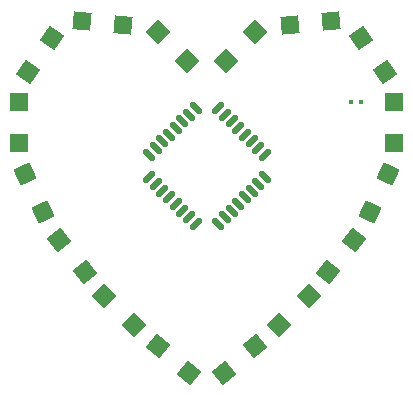
<source format=gtp>
G04*
G04 #@! TF.GenerationSoftware,Altium Limited,Altium Designer,25.0.2 (28)*
G04*
G04 Layer_Color=8421504*
%FSLAX44Y44*%
%MOMM*%
G71*
G04*
G04 #@! TF.SameCoordinates,16F35CEF-FA67-4110-AEDA-BA59390F761F*
G04*
G04*
G04 #@! TF.FilePolarity,Positive*
G04*
G01*
G75*
%ADD14R,0.4500X0.4500*%
G04:AMPARAMS|DCode=15|XSize=0.55mm|YSize=1.3mm|CornerRadius=0mm|HoleSize=0mm|Usage=FLASHONLY|Rotation=315.000|XOffset=0mm|YOffset=0mm|HoleType=Round|Shape=Round|*
%AMOVALD15*
21,1,0.7500,0.5500,0.0000,0.0000,45.0*
1,1,0.5500,-0.2652,-0.2652*
1,1,0.5500,0.2652,0.2652*
%
%ADD15OVALD15*%

G04:AMPARAMS|DCode=16|XSize=0.55mm|YSize=1.3mm|CornerRadius=0mm|HoleSize=0mm|Usage=FLASHONLY|Rotation=45.000|XOffset=0mm|YOffset=0mm|HoleType=Round|Shape=Round|*
%AMOVALD16*
21,1,0.7500,0.5500,0.0000,0.0000,135.0*
1,1,0.5500,0.2652,-0.2652*
1,1,0.5500,-0.2652,0.2652*
%
%ADD16OVALD16*%

%ADD17P,2.1213X4X85.0*%
%ADD18P,2.1213X4X180.0*%
%ADD19P,2.1213X4X185.0*%
%ADD20P,2.1213X4X160.0*%
%ADD21P,2.1213X4X173.0*%
%ADD22P,2.1213X4X100.0*%
%ADD23P,2.1213X4X170.0*%
%ADD24P,2.1213X4X220.0*%
%ADD25R,1.5000X1.5000*%
%ADD26P,2.1213X4X110.0*%
%ADD27P,2.1213X4X90.0*%
%ADD28P,2.1213X4X97.0*%
%ADD29P,2.1213X4X50.0*%
D14*
X1450580Y863600D02*
D03*
X1458580D02*
D03*
D15*
X1337966Y858134D02*
D03*
X1343623Y852477D02*
D03*
X1349279Y846820D02*
D03*
X1354937Y841163D02*
D03*
X1360593Y835507D02*
D03*
X1366250Y829849D02*
D03*
X1371907Y824193D02*
D03*
X1377564Y818536D02*
D03*
X1318874Y759846D02*
D03*
X1313217Y765503D02*
D03*
X1307560Y771160D02*
D03*
X1301903Y776817D02*
D03*
X1296247Y782473D02*
D03*
X1290590Y788130D02*
D03*
X1284933Y793787D02*
D03*
X1279276Y799444D02*
D03*
D16*
X1377564D02*
D03*
X1371907Y793787D02*
D03*
X1366250Y788130D02*
D03*
X1360593Y782473D02*
D03*
X1354937Y776817D02*
D03*
X1349279Y771160D02*
D03*
X1343623Y765503D02*
D03*
X1337966Y759846D02*
D03*
X1279276Y818536D02*
D03*
X1284933Y824193D02*
D03*
X1290590Y829849D02*
D03*
X1296247Y835507D02*
D03*
X1301903Y841163D02*
D03*
X1307560Y846820D02*
D03*
X1313217Y852477D02*
D03*
X1318874Y858134D02*
D03*
D17*
X1369406Y656249D02*
D03*
X1342594Y633751D02*
D03*
D18*
X1241626Y699374D02*
D03*
X1266374Y674625D02*
D03*
X1286626Y922375D02*
D03*
X1311374Y897626D02*
D03*
D19*
X1286594Y656249D02*
D03*
X1313406Y633751D02*
D03*
D20*
X1174604Y801860D02*
D03*
X1189396Y770140D02*
D03*
D21*
X1203226Y746790D02*
D03*
X1224774Y719210D02*
D03*
D22*
X1197038Y917335D02*
D03*
X1176962Y888665D02*
D03*
D23*
X1458962Y917335D02*
D03*
X1479037Y888665D02*
D03*
D24*
X1222567Y931525D02*
D03*
X1257434Y928475D02*
D03*
D25*
X1169000Y863500D02*
D03*
Y828500D02*
D03*
X1487000Y863500D02*
D03*
Y828500D02*
D03*
D26*
X1481396Y801860D02*
D03*
X1466604Y770140D02*
D03*
D27*
X1414374Y699374D02*
D03*
X1389626Y674625D02*
D03*
X1369375Y922375D02*
D03*
X1344626Y897626D02*
D03*
D28*
X1452774Y746790D02*
D03*
X1431226Y719210D02*
D03*
D29*
X1433433Y931525D02*
D03*
X1398567Y928475D02*
D03*
M02*

</source>
